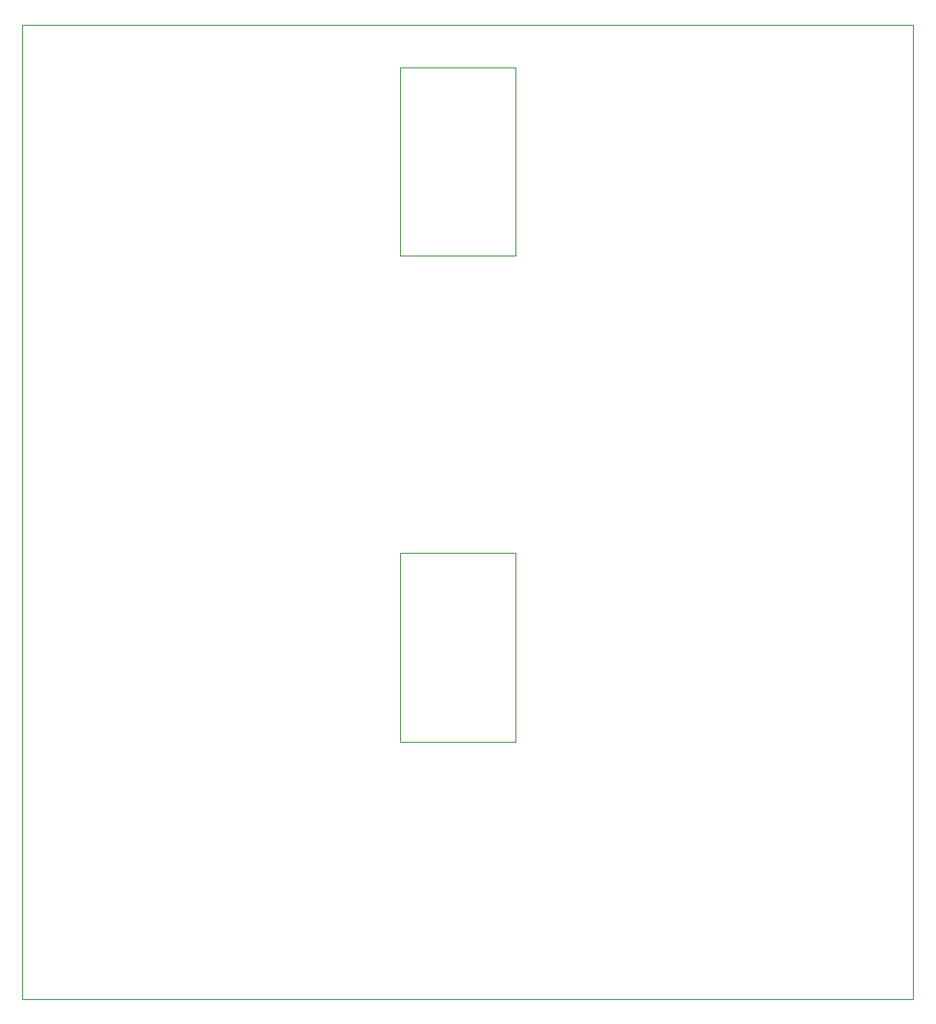
<source format=gbr>
G04 #@! TF.GenerationSoftware,KiCad,Pcbnew,8.0.6*
G04 #@! TF.CreationDate,2024-12-01T17:41:07-05:00*
G04 #@! TF.ProjectId,t41_2_power_amplifier,7434315f-325f-4706-9f77-65725f616d70,rev?*
G04 #@! TF.SameCoordinates,Original*
G04 #@! TF.FileFunction,Profile,NP*
%FSLAX46Y46*%
G04 Gerber Fmt 4.6, Leading zero omitted, Abs format (unit mm)*
G04 Created by KiCad (PCBNEW 8.0.6) date 2024-12-01 17:41:07*
%MOMM*%
%LPD*%
G01*
G04 APERTURE LIST*
G04 #@! TA.AperFunction,Profile*
%ADD10C,0.050000*%
G04 #@! TD*
G04 APERTURE END LIST*
D10*
X115000000Y-54000000D02*
X200000000Y-54000000D01*
X200000000Y-147000000D01*
X115000000Y-147000000D01*
X115000000Y-54000000D01*
X151000000Y-76071500D02*
X162000000Y-76071500D01*
X162000000Y-58071500D01*
X151000000Y-58071500D01*
X151000000Y-76071500D01*
X162000000Y-104387500D02*
X151000000Y-104387500D01*
X151000000Y-122387500D01*
X162000000Y-122387500D01*
X162000000Y-104387500D01*
M02*

</source>
